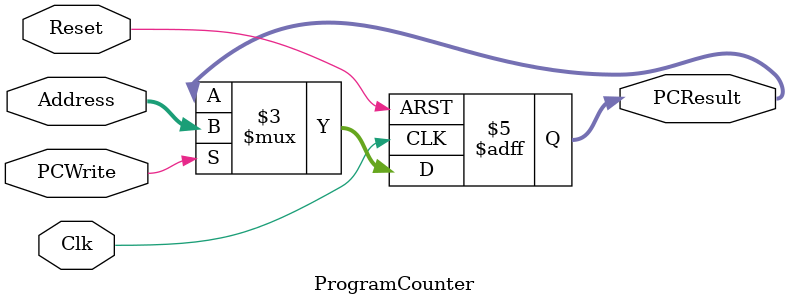
<source format=v>
`timescale 1ns / 1ps


module ProgramCounter(Address, PCResult, Reset, Clk, PCWrite);
    input [31:0] Address;
    input Reset, Clk, PCWrite;
    output reg [31:0] PCResult;

    always @(posedge Clk or posedge Reset) begin
        if (Reset) begin
            PCResult <= 32'b0;
        end else if (PCWrite) begin
            PCResult <= Address;
        end else begin
            PCResult <= PCResult; // Hold the value (stall)
        end
    end
endmodule
</source>
